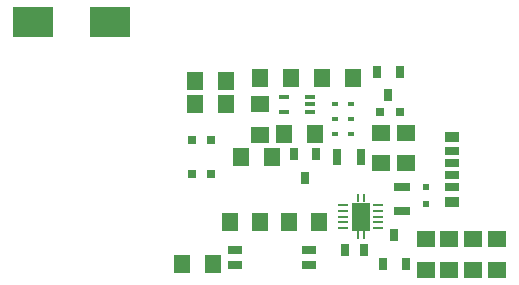
<source format=gbr>
%TF.GenerationSoftware,KiCad,Pcbnew,(5.1.10)-1*%
%TF.CreationDate,2022-12-19T12:38:43+09:00*%
%TF.ProjectId,USB_JST-XH_Converter,5553425f-4a53-4542-9d58-485f436f6e76,rev?*%
%TF.SameCoordinates,Original*%
%TF.FileFunction,Paste,Top*%
%TF.FilePolarity,Positive*%
%FSLAX46Y46*%
G04 Gerber Fmt 4.6, Leading zero omitted, Abs format (unit mm)*
G04 Created by KiCad (PCBNEW (5.1.10)-1) date 2022-12-19 12:38:43*
%MOMM*%
%LPD*%
G01*
G04 APERTURE LIST*
%ADD10R,1.400000X1.650000*%
%ADD11R,0.800000X1.000000*%
%ADD12R,1.650000X1.400000*%
%ADD13R,0.800000X0.800000*%
%ADD14R,1.150000X0.800000*%
%ADD15R,1.150000X0.700000*%
%ADD16R,1.150000X0.900000*%
%ADD17R,0.800000X1.400000*%
%ADD18R,1.400000X0.800000*%
%ADD19R,1.200000X0.800000*%
%ADD20R,0.500000X0.530000*%
%ADD21R,0.480000X0.400000*%
%ADD22R,0.950000X0.450000*%
%ADD23R,3.500000X2.500000*%
%ADD24R,0.850000X0.280000*%
%ADD25R,0.280000X0.700000*%
%ADD26R,1.650000X2.400000*%
G04 APERTURE END LIST*
D10*
%TO.C,R13*%
X151971100Y-103428600D03*
X154571100Y-103428600D03*
%TD*%
%TO.C,R12*%
X158171100Y-101428600D03*
X155571100Y-101428600D03*
%TD*%
D11*
%TO.C,FET1*%
X156421100Y-103128600D03*
X158321100Y-103128600D03*
X157371100Y-105128600D03*
%TD*%
D10*
%TO.C,R18*%
X161375000Y-96700000D03*
X158775000Y-96700000D03*
%TD*%
D12*
%TO.C,R16*%
X171600000Y-110325000D03*
X171600000Y-112925000D03*
%TD*%
D13*
%TO.C,LED1*%
X163700000Y-99600000D03*
X165350000Y-99600000D03*
%TD*%
D11*
%TO.C,FET2*%
X163450000Y-96150000D03*
X165350000Y-96150000D03*
X164400000Y-98150000D03*
%TD*%
D14*
%TO.C,USB1*%
X169771100Y-102908600D03*
D15*
X169771100Y-103928600D03*
X169771100Y-104928600D03*
D14*
X169771100Y-105948600D03*
D16*
X169771100Y-101678600D03*
X169771100Y-107178600D03*
%TD*%
D13*
%TO.C,SW2*%
X149421100Y-101928600D03*
X147771100Y-101928600D03*
%TD*%
D10*
%TO.C,R2*%
X150671100Y-96928600D03*
X148071100Y-96928600D03*
%TD*%
D12*
%TO.C,R3*%
X163825000Y-101328600D03*
X163825000Y-103928600D03*
%TD*%
%TO.C,R4*%
X165875000Y-101328600D03*
X165875000Y-103928600D03*
%TD*%
D17*
%TO.C,C1*%
X162071100Y-103428600D03*
X160071100Y-103428600D03*
%TD*%
D18*
%TO.C,C2*%
X165571100Y-107928600D03*
X165571100Y-105928600D03*
%TD*%
D12*
%TO.C,R6*%
X173575000Y-110350000D03*
X173575000Y-112950000D03*
%TD*%
%TO.C,R7*%
X167571100Y-110328600D03*
X167571100Y-112928600D03*
%TD*%
%TO.C,R8*%
X153571100Y-101528600D03*
X153571100Y-98928600D03*
%TD*%
D10*
%TO.C,R9*%
X156171100Y-96728600D03*
X153571100Y-96728600D03*
%TD*%
%TO.C,R12*%
X150971100Y-108928600D03*
X153571100Y-108928600D03*
%TD*%
%TO.C,R13*%
X155971100Y-108928600D03*
X158571100Y-108928600D03*
%TD*%
D19*
%TO.C,U2*%
X157721100Y-111293600D03*
X157721100Y-112563600D03*
X151421100Y-112563600D03*
X151421100Y-111293600D03*
%TD*%
D10*
%TO.C,R5*%
X146971100Y-112428600D03*
X149571100Y-112428600D03*
%TD*%
D12*
%TO.C,R14*%
X169571100Y-110328600D03*
X169571100Y-112928600D03*
%TD*%
D11*
%TO.C,TR1*%
X164921100Y-110028600D03*
X163971100Y-112428600D03*
X165871100Y-112428600D03*
%TD*%
D20*
%TO.C,D2*%
X167571100Y-107363600D03*
X167571100Y-105893600D03*
%TD*%
D21*
%TO.C,D1*%
X161231100Y-101428600D03*
X159911100Y-101428600D03*
%TD*%
%TO.C,D3*%
X161210000Y-100175000D03*
X159890000Y-100175000D03*
%TD*%
%TO.C,D4*%
X161231100Y-98900000D03*
X159911100Y-98900000D03*
%TD*%
D22*
%TO.C,COMP1*%
X157771100Y-99578600D03*
X157771100Y-98928600D03*
X157771100Y-98278600D03*
X155571100Y-99578600D03*
X155571100Y-98278600D03*
%TD*%
D13*
%TO.C,POW1*%
X149421100Y-104800000D03*
X147771100Y-104800000D03*
%TD*%
D10*
%TO.C,R1*%
X150671100Y-98928600D03*
X148071100Y-98928600D03*
%TD*%
D11*
%TO.C,C3*%
X160771100Y-111228600D03*
X162371100Y-111228600D03*
%TD*%
D23*
%TO.C,C4*%
X140821100Y-91928600D03*
X134321100Y-91928600D03*
%TD*%
D24*
%TO.C,U1*%
X160596100Y-109428600D03*
X160596100Y-108928600D03*
X160596100Y-108428600D03*
X160596100Y-107928600D03*
X160596100Y-107428600D03*
X163546100Y-107428600D03*
X163546100Y-107928600D03*
X163546100Y-108428600D03*
X163546100Y-108928600D03*
X163546100Y-109428600D03*
D25*
X161821100Y-109978600D03*
X162321100Y-109978600D03*
X161821100Y-106878600D03*
X162321100Y-106878600D03*
D26*
X162071100Y-108428600D03*
%TD*%
M02*

</source>
